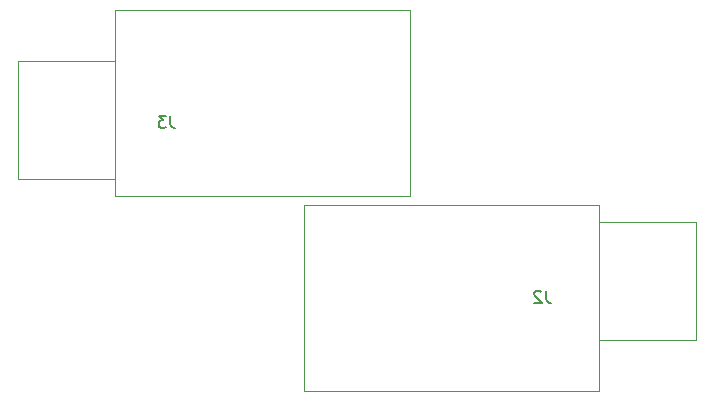
<source format=gbr>
%TF.GenerationSoftware,KiCad,Pcbnew,5.1.5-52549c5~84~ubuntu18.04.1*%
%TF.CreationDate,2019-12-01T00:39:59+01:00*%
%TF.ProjectId,clasicOverdrive,636c6173-6963-44f7-9665-726472697665,A*%
%TF.SameCoordinates,PX6708f40PY898d9f8*%
%TF.FileFunction,Legend,Bot*%
%TF.FilePolarity,Positive*%
%FSLAX46Y46*%
G04 Gerber Fmt 4.6, Leading zero omitted, Abs format (unit mm)*
G04 Created by KiCad (PCBNEW 5.1.5-52549c5~84~ubuntu18.04.1) date 2019-12-01 00:39:59*
%MOMM*%
%LPD*%
G04 APERTURE LIST*
%ADD10C,0.120000*%
%ADD11C,0.150000*%
%ADD12C,2.300000*%
%ADD13C,0.800000*%
%ADD14C,5.400000*%
%ADD15O,1.200000X1.600000*%
%ADD16O,1.200000X1.200000*%
%ADD17C,0.100000*%
%ADD18R,3.500000X3.500000*%
%ADD19C,1.800000*%
%ADD20C,4.000000*%
G04 APERTURE END LIST*
D10*
%TO.C,J2*%
X46200000Y7900000D02*
X38000000Y7900000D01*
X46200000Y17900000D02*
X46200000Y7900000D01*
X38000000Y17900000D02*
X46200000Y17900000D01*
X38000000Y3580000D02*
X38000000Y19330000D01*
X13000000Y3580000D02*
X38000000Y3580000D01*
X13000000Y19330000D02*
X13000000Y3580000D01*
X38000000Y19330000D02*
X13000000Y19330000D01*
%TO.C,J3*%
X-11200000Y31500000D02*
X-3000000Y31500000D01*
X-11200000Y21500000D02*
X-11200000Y31500000D01*
X-3000000Y21500000D02*
X-11200000Y21500000D01*
X-3000000Y35820000D02*
X-3000000Y20070000D01*
X22000000Y35820000D02*
X-3000000Y35820000D01*
X22000000Y20070000D02*
X22000000Y35820000D01*
X-3000000Y20070000D02*
X22000000Y20070000D01*
%TO.C,J2*%
D11*
X33533333Y12047620D02*
X33533333Y11333334D01*
X33580952Y11190477D01*
X33676190Y11095239D01*
X33819047Y11047620D01*
X33914285Y11047620D01*
X33104761Y11952381D02*
X33057142Y12000000D01*
X32961904Y12047620D01*
X32723809Y12047620D01*
X32628571Y12000000D01*
X32580952Y11952381D01*
X32533333Y11857143D01*
X32533333Y11761905D01*
X32580952Y11619048D01*
X33152380Y11047620D01*
X32533333Y11047620D01*
%TO.C,J3*%
X1733333Y26847620D02*
X1733333Y26133334D01*
X1780952Y25990477D01*
X1876190Y25895239D01*
X2019047Y25847620D01*
X2114285Y25847620D01*
X1352380Y26847620D02*
X733333Y26847620D01*
X1066666Y26466667D01*
X923809Y26466667D01*
X828571Y26419048D01*
X780952Y26371429D01*
X733333Y26276191D01*
X733333Y26038096D01*
X780952Y25942858D01*
X828571Y25895239D01*
X923809Y25847620D01*
X1209523Y25847620D01*
X1304761Y25895239D01*
X1352380Y25942858D01*
%TD*%
%LPC*%
D12*
%TO.C,J2*%
X26900000Y5670000D03*
X33250000Y5670000D03*
X20550000Y5670000D03*
X33250000Y17100000D03*
X26900000Y17100000D03*
X20550000Y17100000D03*
%TD*%
%TO.C,J3*%
X8100000Y33730000D03*
X1750000Y33730000D03*
X14450000Y33730000D03*
X1750000Y22300000D03*
X8100000Y22300000D03*
X14450000Y22300000D03*
%TD*%
D13*
%TO.C,H4*%
X36431891Y1431891D03*
X35000000Y2025000D03*
X33568109Y1431891D03*
X32975000Y0D03*
X33568109Y-1431891D03*
X35000000Y-2025000D03*
X36431891Y-1431891D03*
X37025000Y0D03*
D14*
X35000000Y0D03*
%TD*%
D13*
%TO.C,H3*%
X36431891Y72431891D03*
X35000000Y73025000D03*
X33568109Y72431891D03*
X32975000Y71000000D03*
X33568109Y69568109D03*
X35000000Y68975000D03*
X36431891Y69568109D03*
X37025000Y71000000D03*
D14*
X35000000Y71000000D03*
%TD*%
D13*
%TO.C,H2*%
X1431891Y1431891D03*
X0Y2025000D03*
X-1431891Y1431891D03*
X-2025000Y0D03*
X-1431891Y-1431891D03*
X0Y-2025000D03*
X1431891Y-1431891D03*
X2025000Y0D03*
D14*
X0Y0D03*
%TD*%
D13*
%TO.C,H1*%
X1431891Y72431891D03*
X0Y73025000D03*
X-1431891Y72431891D03*
X-2025000Y71000000D03*
X-1431891Y69568109D03*
X0Y68975000D03*
X1431891Y69568109D03*
X2025000Y71000000D03*
D14*
X0Y71000000D03*
%TD*%
D15*
%TO.C,Q1*%
X26000000Y24500000D03*
D16*
X24730000Y23230000D03*
X26000000Y21960000D03*
%TD*%
D15*
%TO.C,Q2*%
X17500000Y43500000D03*
D16*
X16230000Y42230000D03*
X17500000Y40960000D03*
%TD*%
D17*
%TO.C,J1*%
G36*
X14260765Y64745787D02*
G01*
X14345704Y64733187D01*
X14428999Y64712323D01*
X14509848Y64683395D01*
X14587472Y64646681D01*
X14661124Y64602536D01*
X14730094Y64551384D01*
X14793718Y64493718D01*
X14851384Y64430094D01*
X14902536Y64361124D01*
X14946681Y64287472D01*
X14983395Y64209848D01*
X15012323Y64128999D01*
X15033187Y64045704D01*
X15045787Y63960765D01*
X15050000Y63875000D01*
X15050000Y62125000D01*
X15045787Y62039235D01*
X15033187Y61954296D01*
X15012323Y61871001D01*
X14983395Y61790152D01*
X14946681Y61712528D01*
X14902536Y61638876D01*
X14851384Y61569906D01*
X14793718Y61506282D01*
X14730094Y61448616D01*
X14661124Y61397464D01*
X14587472Y61353319D01*
X14509848Y61316605D01*
X14428999Y61287677D01*
X14345704Y61266813D01*
X14260765Y61254213D01*
X14175000Y61250000D01*
X12425000Y61250000D01*
X12339235Y61254213D01*
X12254296Y61266813D01*
X12171001Y61287677D01*
X12090152Y61316605D01*
X12012528Y61353319D01*
X11938876Y61397464D01*
X11869906Y61448616D01*
X11806282Y61506282D01*
X11748616Y61569906D01*
X11697464Y61638876D01*
X11653319Y61712528D01*
X11616605Y61790152D01*
X11587677Y61871001D01*
X11566813Y61954296D01*
X11554213Y62039235D01*
X11550000Y62125000D01*
X11550000Y63875000D01*
X11554213Y63960765D01*
X11566813Y64045704D01*
X11587677Y64128999D01*
X11616605Y64209848D01*
X11653319Y64287472D01*
X11697464Y64361124D01*
X11748616Y64430094D01*
X11806282Y64493718D01*
X11869906Y64551384D01*
X11938876Y64602536D01*
X12012528Y64646681D01*
X12090152Y64683395D01*
X12171001Y64712323D01*
X12254296Y64733187D01*
X12339235Y64745787D01*
X12425000Y64750000D01*
X14175000Y64750000D01*
X14260765Y64745787D01*
G37*
G36*
X19073513Y67496389D02*
G01*
X19146318Y67485589D01*
X19217714Y67467705D01*
X19287013Y67442910D01*
X19353548Y67411441D01*
X19416678Y67373602D01*
X19475795Y67329758D01*
X19530330Y67280330D01*
X19579758Y67225795D01*
X19623602Y67166678D01*
X19661441Y67103548D01*
X19692910Y67037013D01*
X19717705Y66967714D01*
X19735589Y66896318D01*
X19746389Y66823513D01*
X19750000Y66750000D01*
X19750000Y65250000D01*
X19746389Y65176487D01*
X19735589Y65103682D01*
X19717705Y65032286D01*
X19692910Y64962987D01*
X19661441Y64896452D01*
X19623602Y64833322D01*
X19579758Y64774205D01*
X19530330Y64719670D01*
X19475795Y64670242D01*
X19416678Y64626398D01*
X19353548Y64588559D01*
X19287013Y64557090D01*
X19217714Y64532295D01*
X19146318Y64514411D01*
X19073513Y64503611D01*
X19000000Y64500000D01*
X17000000Y64500000D01*
X16926487Y64503611D01*
X16853682Y64514411D01*
X16782286Y64532295D01*
X16712987Y64557090D01*
X16646452Y64588559D01*
X16583322Y64626398D01*
X16524205Y64670242D01*
X16469670Y64719670D01*
X16420242Y64774205D01*
X16376398Y64833322D01*
X16338559Y64896452D01*
X16307090Y64962987D01*
X16282295Y65032286D01*
X16264411Y65103682D01*
X16253611Y65176487D01*
X16250000Y65250000D01*
X16250000Y66750000D01*
X16253611Y66823513D01*
X16264411Y66896318D01*
X16282295Y66967714D01*
X16307090Y67037013D01*
X16338559Y67103548D01*
X16376398Y67166678D01*
X16420242Y67225795D01*
X16469670Y67280330D01*
X16524205Y67329758D01*
X16583322Y67373602D01*
X16646452Y67411441D01*
X16712987Y67442910D01*
X16782286Y67467705D01*
X16853682Y67485589D01*
X16926487Y67496389D01*
X17000000Y67500000D01*
X19000000Y67500000D01*
X19073513Y67496389D01*
G37*
D18*
X18000000Y60000000D03*
%TD*%
D19*
%TO.C,U1*%
X2100000Y16900000D03*
X6900000Y16900000D03*
X11700000Y16900000D03*
X2100000Y11600000D03*
X6900000Y11600000D03*
X11700000Y11600000D03*
X2100000Y6300000D03*
X6900000Y6300000D03*
X11700000Y6300000D03*
%TD*%
D20*
%TO.C,RV1*%
X34900000Y61500000D03*
X26100000Y61500000D03*
D19*
X33000000Y54500000D03*
X30500000Y54500000D03*
X28000000Y54500000D03*
%TD*%
%TO.C,RV2*%
X1300000Y54500000D03*
X3800000Y54500000D03*
X6300000Y54500000D03*
D20*
X-600000Y61500000D03*
X8200000Y61500000D03*
%TD*%
%TO.C,RV3*%
X8200000Y45800000D03*
X-600000Y45800000D03*
D19*
X6300000Y38800000D03*
X3800000Y38800000D03*
X1300000Y38800000D03*
%TD*%
M02*

</source>
